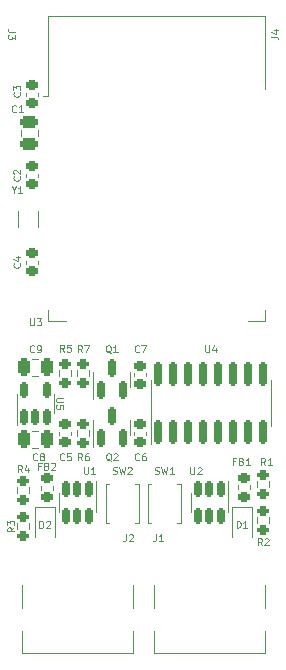
<source format=gbr>
%TF.GenerationSoftware,KiCad,Pcbnew,(6.0.10)*%
%TF.CreationDate,2023-01-22T23:50:18+10:00*%
%TF.ProjectId,ESP32-S3-Breakout,45535033-322d-4533-932d-427265616b6f,rev?*%
%TF.SameCoordinates,Original*%
%TF.FileFunction,Legend,Top*%
%TF.FilePolarity,Positive*%
%FSLAX46Y46*%
G04 Gerber Fmt 4.6, Leading zero omitted, Abs format (unit mm)*
G04 Created by KiCad (PCBNEW (6.0.10)) date 2023-01-22 23:50:18*
%MOMM*%
%LPD*%
G01*
G04 APERTURE LIST*
G04 Aperture macros list*
%AMRoundRect*
0 Rectangle with rounded corners*
0 $1 Rounding radius*
0 $2 $3 $4 $5 $6 $7 $8 $9 X,Y pos of 4 corners*
0 Add a 4 corners polygon primitive as box body*
4,1,4,$2,$3,$4,$5,$6,$7,$8,$9,$2,$3,0*
0 Add four circle primitives for the rounded corners*
1,1,$1+$1,$2,$3*
1,1,$1+$1,$4,$5*
1,1,$1+$1,$6,$7*
1,1,$1+$1,$8,$9*
0 Add four rect primitives between the rounded corners*
20,1,$1+$1,$2,$3,$4,$5,0*
20,1,$1+$1,$4,$5,$6,$7,0*
20,1,$1+$1,$6,$7,$8,$9,0*
20,1,$1+$1,$8,$9,$2,$3,0*%
G04 Aperture macros list end*
%ADD10C,0.100000*%
%ADD11C,0.120000*%
%ADD12RoundRect,0.150000X-0.150000X0.512500X-0.150000X-0.512500X0.150000X-0.512500X0.150000X0.512500X0*%
%ADD13RoundRect,0.150000X0.150000X-0.512500X0.150000X0.512500X-0.150000X0.512500X-0.150000X-0.512500X0*%
%ADD14R,0.450000X0.600000*%
%ADD15RoundRect,0.225000X-0.250000X0.225000X-0.250000X-0.225000X0.250000X-0.225000X0.250000X0.225000X0*%
%ADD16RoundRect,0.225000X0.250000X-0.225000X0.250000X0.225000X-0.250000X0.225000X-0.250000X-0.225000X0*%
%ADD17RoundRect,0.150000X0.150000X-0.825000X0.150000X0.825000X-0.150000X0.825000X-0.150000X-0.825000X0*%
%ADD18RoundRect,0.200000X-0.275000X0.200000X-0.275000X-0.200000X0.275000X-0.200000X0.275000X0.200000X0*%
%ADD19C,0.650000*%
%ADD20R,0.600000X1.450000*%
%ADD21R,0.300000X1.450000*%
%ADD22O,1.000000X2.100000*%
%ADD23O,1.000000X1.600000*%
%ADD24RoundRect,0.200000X0.275000X-0.200000X0.275000X0.200000X-0.275000X0.200000X-0.275000X-0.200000X0*%
%ADD25R,1.500000X0.900000*%
%ADD26R,0.900000X1.500000*%
%ADD27C,0.500000*%
%ADD28R,3.900000X3.900000*%
%ADD29R,1.800000X1.000000*%
%ADD30R,1.700000X0.900000*%
%ADD31RoundRect,0.250000X-0.475000X0.250000X-0.475000X-0.250000X0.475000X-0.250000X0.475000X0.250000X0*%
%ADD32RoundRect,0.218750X0.256250X-0.218750X0.256250X0.218750X-0.256250X0.218750X-0.256250X-0.218750X0*%
%ADD33RoundRect,0.150000X0.150000X-0.587500X0.150000X0.587500X-0.150000X0.587500X-0.150000X-0.587500X0*%
%ADD34RoundRect,0.250000X-0.250000X-0.475000X0.250000X-0.475000X0.250000X0.475000X-0.250000X0.475000X0*%
%ADD35R,1.700000X1.700000*%
%ADD36O,1.700000X1.700000*%
G04 APERTURE END LIST*
D10*
%TO.C,U1*%
X83870857Y-112828428D02*
X83870857Y-113314142D01*
X83899428Y-113371285D01*
X83928000Y-113399857D01*
X83985142Y-113428428D01*
X84099428Y-113428428D01*
X84156571Y-113399857D01*
X84185142Y-113371285D01*
X84213714Y-113314142D01*
X84213714Y-112828428D01*
X84813714Y-113428428D02*
X84470857Y-113428428D01*
X84642285Y-113428428D02*
X84642285Y-112828428D01*
X84585142Y-112914142D01*
X84528000Y-112971285D01*
X84470857Y-112999857D01*
%TO.C,U5*%
X82116571Y-106984857D02*
X81630857Y-106984857D01*
X81573714Y-107013428D01*
X81545142Y-107042000D01*
X81516571Y-107099142D01*
X81516571Y-107213428D01*
X81545142Y-107270571D01*
X81573714Y-107299142D01*
X81630857Y-107327714D01*
X82116571Y-107327714D01*
X82116571Y-107899142D02*
X82116571Y-107613428D01*
X81830857Y-107584857D01*
X81859428Y-107613428D01*
X81888000Y-107670571D01*
X81888000Y-107813428D01*
X81859428Y-107870571D01*
X81830857Y-107899142D01*
X81773714Y-107927714D01*
X81630857Y-107927714D01*
X81573714Y-107899142D01*
X81545142Y-107870571D01*
X81516571Y-107813428D01*
X81516571Y-107670571D01*
X81545142Y-107613428D01*
X81573714Y-107584857D01*
%TO.C,D1*%
X96807142Y-117971428D02*
X96807142Y-117371428D01*
X96950000Y-117371428D01*
X97035714Y-117400000D01*
X97092857Y-117457142D01*
X97121428Y-117514285D01*
X97150000Y-117628571D01*
X97150000Y-117714285D01*
X97121428Y-117828571D01*
X97092857Y-117885714D01*
X97035714Y-117942857D01*
X96950000Y-117971428D01*
X96807142Y-117971428D01*
X97721428Y-117971428D02*
X97378571Y-117971428D01*
X97550000Y-117971428D02*
X97550000Y-117371428D01*
X97492857Y-117457142D01*
X97435714Y-117514285D01*
X97378571Y-117542857D01*
%TO.C,U2*%
X92892857Y-112871428D02*
X92892857Y-113357142D01*
X92921428Y-113414285D01*
X92950000Y-113442857D01*
X93007142Y-113471428D01*
X93121428Y-113471428D01*
X93178571Y-113442857D01*
X93207142Y-113414285D01*
X93235714Y-113357142D01*
X93235714Y-112871428D01*
X93492857Y-112928571D02*
X93521428Y-112900000D01*
X93578571Y-112871428D01*
X93721428Y-112871428D01*
X93778571Y-112900000D01*
X93807142Y-112928571D01*
X93835714Y-112985714D01*
X93835714Y-113042857D01*
X93807142Y-113128571D01*
X93464285Y-113471428D01*
X93835714Y-113471428D01*
%TO.C,C5*%
X82196000Y-112228285D02*
X82167428Y-112256857D01*
X82081714Y-112285428D01*
X82024571Y-112285428D01*
X81938857Y-112256857D01*
X81881714Y-112199714D01*
X81853142Y-112142571D01*
X81824571Y-112028285D01*
X81824571Y-111942571D01*
X81853142Y-111828285D01*
X81881714Y-111771142D01*
X81938857Y-111714000D01*
X82024571Y-111685428D01*
X82081714Y-111685428D01*
X82167428Y-111714000D01*
X82196000Y-111742571D01*
X82738857Y-111685428D02*
X82453142Y-111685428D01*
X82424571Y-111971142D01*
X82453142Y-111942571D01*
X82510285Y-111914000D01*
X82653142Y-111914000D01*
X82710285Y-111942571D01*
X82738857Y-111971142D01*
X82767428Y-112028285D01*
X82767428Y-112171142D01*
X82738857Y-112228285D01*
X82710285Y-112256857D01*
X82653142Y-112285428D01*
X82510285Y-112285428D01*
X82453142Y-112256857D01*
X82424571Y-112228285D01*
%TO.C,C4*%
X78446285Y-95604000D02*
X78474857Y-95632571D01*
X78503428Y-95718285D01*
X78503428Y-95775428D01*
X78474857Y-95861142D01*
X78417714Y-95918285D01*
X78360571Y-95946857D01*
X78246285Y-95975428D01*
X78160571Y-95975428D01*
X78046285Y-95946857D01*
X77989142Y-95918285D01*
X77932000Y-95861142D01*
X77903428Y-95775428D01*
X77903428Y-95718285D01*
X77932000Y-95632571D01*
X77960571Y-95604000D01*
X78103428Y-95089714D02*
X78503428Y-95089714D01*
X77874857Y-95232571D02*
X78303428Y-95375428D01*
X78303428Y-95004000D01*
%TO.C,C3*%
X78446285Y-81126000D02*
X78474857Y-81154571D01*
X78503428Y-81240285D01*
X78503428Y-81297428D01*
X78474857Y-81383142D01*
X78417714Y-81440285D01*
X78360571Y-81468857D01*
X78246285Y-81497428D01*
X78160571Y-81497428D01*
X78046285Y-81468857D01*
X77989142Y-81440285D01*
X77932000Y-81383142D01*
X77903428Y-81297428D01*
X77903428Y-81240285D01*
X77932000Y-81154571D01*
X77960571Y-81126000D01*
X77903428Y-80926000D02*
X77903428Y-80554571D01*
X78132000Y-80754571D01*
X78132000Y-80668857D01*
X78160571Y-80611714D01*
X78189142Y-80583142D01*
X78246285Y-80554571D01*
X78389142Y-80554571D01*
X78446285Y-80583142D01*
X78474857Y-80611714D01*
X78503428Y-80668857D01*
X78503428Y-80840285D01*
X78474857Y-80897428D01*
X78446285Y-80926000D01*
%TO.C,D2*%
X80107142Y-118021428D02*
X80107142Y-117421428D01*
X80250000Y-117421428D01*
X80335714Y-117450000D01*
X80392857Y-117507142D01*
X80421428Y-117564285D01*
X80450000Y-117678571D01*
X80450000Y-117764285D01*
X80421428Y-117878571D01*
X80392857Y-117935714D01*
X80335714Y-117992857D01*
X80250000Y-118021428D01*
X80107142Y-118021428D01*
X80678571Y-117478571D02*
X80707142Y-117450000D01*
X80764285Y-117421428D01*
X80907142Y-117421428D01*
X80964285Y-117450000D01*
X80992857Y-117478571D01*
X81021428Y-117535714D01*
X81021428Y-117592857D01*
X80992857Y-117678571D01*
X80650000Y-118021428D01*
X81021428Y-118021428D01*
%TO.C,U4*%
X94157857Y-102541428D02*
X94157857Y-103027142D01*
X94186428Y-103084285D01*
X94215000Y-103112857D01*
X94272142Y-103141428D01*
X94386428Y-103141428D01*
X94443571Y-103112857D01*
X94472142Y-103084285D01*
X94500714Y-103027142D01*
X94500714Y-102541428D01*
X95043571Y-102741428D02*
X95043571Y-103141428D01*
X94900714Y-102512857D02*
X94757857Y-102941428D01*
X95129285Y-102941428D01*
%TO.C,R7*%
X83720000Y-103141428D02*
X83520000Y-102855714D01*
X83377142Y-103141428D02*
X83377142Y-102541428D01*
X83605714Y-102541428D01*
X83662857Y-102570000D01*
X83691428Y-102598571D01*
X83720000Y-102655714D01*
X83720000Y-102741428D01*
X83691428Y-102798571D01*
X83662857Y-102827142D01*
X83605714Y-102855714D01*
X83377142Y-102855714D01*
X83920000Y-102541428D02*
X84320000Y-102541428D01*
X84062857Y-103141428D01*
%TO.C,J1*%
X89970000Y-118543428D02*
X89970000Y-118972000D01*
X89941428Y-119057714D01*
X89884285Y-119114857D01*
X89798571Y-119143428D01*
X89741428Y-119143428D01*
X90570000Y-119143428D02*
X90227142Y-119143428D01*
X90398571Y-119143428D02*
X90398571Y-118543428D01*
X90341428Y-118629142D01*
X90284285Y-118686285D01*
X90227142Y-118714857D01*
%TO.C,R3*%
X77995428Y-117956000D02*
X77709714Y-118156000D01*
X77995428Y-118298857D02*
X77395428Y-118298857D01*
X77395428Y-118070285D01*
X77424000Y-118013142D01*
X77452571Y-117984571D01*
X77509714Y-117956000D01*
X77595428Y-117956000D01*
X77652571Y-117984571D01*
X77681142Y-118013142D01*
X77709714Y-118070285D01*
X77709714Y-118298857D01*
X77395428Y-117756000D02*
X77395428Y-117384571D01*
X77624000Y-117584571D01*
X77624000Y-117498857D01*
X77652571Y-117441714D01*
X77681142Y-117413142D01*
X77738285Y-117384571D01*
X77881142Y-117384571D01*
X77938285Y-117413142D01*
X77966857Y-117441714D01*
X77995428Y-117498857D01*
X77995428Y-117670285D01*
X77966857Y-117727428D01*
X77938285Y-117756000D01*
%TO.C,U3*%
X79298857Y-100255428D02*
X79298857Y-100741142D01*
X79327428Y-100798285D01*
X79356000Y-100826857D01*
X79413142Y-100855428D01*
X79527428Y-100855428D01*
X79584571Y-100826857D01*
X79613142Y-100798285D01*
X79641714Y-100741142D01*
X79641714Y-100255428D01*
X79870285Y-100255428D02*
X80241714Y-100255428D01*
X80041714Y-100484000D01*
X80127428Y-100484000D01*
X80184571Y-100512571D01*
X80213142Y-100541142D01*
X80241714Y-100598285D01*
X80241714Y-100741142D01*
X80213142Y-100798285D01*
X80184571Y-100826857D01*
X80127428Y-100855428D01*
X79956000Y-100855428D01*
X79898857Y-100826857D01*
X79870285Y-100798285D01*
%TO.C,Y1*%
X77946285Y-89393714D02*
X77946285Y-89679428D01*
X77746285Y-89079428D02*
X77946285Y-89393714D01*
X78146285Y-89079428D01*
X78660571Y-89679428D02*
X78317714Y-89679428D01*
X78489142Y-89679428D02*
X78489142Y-89079428D01*
X78432000Y-89165142D01*
X78374857Y-89222285D01*
X78317714Y-89250857D01*
%TO.C,R4*%
X78640000Y-113301428D02*
X78440000Y-113015714D01*
X78297142Y-113301428D02*
X78297142Y-112701428D01*
X78525714Y-112701428D01*
X78582857Y-112730000D01*
X78611428Y-112758571D01*
X78640000Y-112815714D01*
X78640000Y-112901428D01*
X78611428Y-112958571D01*
X78582857Y-112987142D01*
X78525714Y-113015714D01*
X78297142Y-113015714D01*
X79154285Y-112901428D02*
X79154285Y-113301428D01*
X79011428Y-112672857D02*
X78868571Y-113101428D01*
X79240000Y-113101428D01*
%TO.C,SW2*%
X86322000Y-113399857D02*
X86407714Y-113428428D01*
X86550571Y-113428428D01*
X86607714Y-113399857D01*
X86636285Y-113371285D01*
X86664857Y-113314142D01*
X86664857Y-113257000D01*
X86636285Y-113199857D01*
X86607714Y-113171285D01*
X86550571Y-113142714D01*
X86436285Y-113114142D01*
X86379142Y-113085571D01*
X86350571Y-113057000D01*
X86322000Y-112999857D01*
X86322000Y-112942714D01*
X86350571Y-112885571D01*
X86379142Y-112857000D01*
X86436285Y-112828428D01*
X86579142Y-112828428D01*
X86664857Y-112857000D01*
X86864857Y-112828428D02*
X87007714Y-113428428D01*
X87122000Y-112999857D01*
X87236285Y-113428428D01*
X87379142Y-112828428D01*
X87579142Y-112885571D02*
X87607714Y-112857000D01*
X87664857Y-112828428D01*
X87807714Y-112828428D01*
X87864857Y-112857000D01*
X87893428Y-112885571D01*
X87922000Y-112942714D01*
X87922000Y-112999857D01*
X87893428Y-113085571D01*
X87550571Y-113428428D01*
X87922000Y-113428428D01*
%TO.C,C1*%
X78132000Y-82764285D02*
X78103428Y-82792857D01*
X78017714Y-82821428D01*
X77960571Y-82821428D01*
X77874857Y-82792857D01*
X77817714Y-82735714D01*
X77789142Y-82678571D01*
X77760571Y-82564285D01*
X77760571Y-82478571D01*
X77789142Y-82364285D01*
X77817714Y-82307142D01*
X77874857Y-82250000D01*
X77960571Y-82221428D01*
X78017714Y-82221428D01*
X78103428Y-82250000D01*
X78132000Y-82278571D01*
X78703428Y-82821428D02*
X78360571Y-82821428D01*
X78532000Y-82821428D02*
X78532000Y-82221428D01*
X78474857Y-82307142D01*
X78417714Y-82364285D01*
X78360571Y-82392857D01*
%TO.C,SW1*%
X89878000Y-113399857D02*
X89963714Y-113428428D01*
X90106571Y-113428428D01*
X90163714Y-113399857D01*
X90192285Y-113371285D01*
X90220857Y-113314142D01*
X90220857Y-113257000D01*
X90192285Y-113199857D01*
X90163714Y-113171285D01*
X90106571Y-113142714D01*
X89992285Y-113114142D01*
X89935142Y-113085571D01*
X89906571Y-113057000D01*
X89878000Y-112999857D01*
X89878000Y-112942714D01*
X89906571Y-112885571D01*
X89935142Y-112857000D01*
X89992285Y-112828428D01*
X90135142Y-112828428D01*
X90220857Y-112857000D01*
X90420857Y-112828428D02*
X90563714Y-113428428D01*
X90678000Y-112999857D01*
X90792285Y-113428428D01*
X90935142Y-112828428D01*
X91478000Y-113428428D02*
X91135142Y-113428428D01*
X91306571Y-113428428D02*
X91306571Y-112828428D01*
X91249428Y-112914142D01*
X91192285Y-112971285D01*
X91135142Y-112999857D01*
%TO.C,FB1*%
X96700000Y-112357142D02*
X96500000Y-112357142D01*
X96500000Y-112671428D02*
X96500000Y-112071428D01*
X96785714Y-112071428D01*
X97214285Y-112357142D02*
X97300000Y-112385714D01*
X97328571Y-112414285D01*
X97357142Y-112471428D01*
X97357142Y-112557142D01*
X97328571Y-112614285D01*
X97300000Y-112642857D01*
X97242857Y-112671428D01*
X97014285Y-112671428D01*
X97014285Y-112071428D01*
X97214285Y-112071428D01*
X97271428Y-112100000D01*
X97300000Y-112128571D01*
X97328571Y-112185714D01*
X97328571Y-112242857D01*
X97300000Y-112300000D01*
X97271428Y-112328571D01*
X97214285Y-112357142D01*
X97014285Y-112357142D01*
X97928571Y-112671428D02*
X97585714Y-112671428D01*
X97757142Y-112671428D02*
X97757142Y-112071428D01*
X97700000Y-112157142D01*
X97642857Y-112214285D01*
X97585714Y-112242857D01*
%TO.C,R1*%
X99200000Y-112671428D02*
X99000000Y-112385714D01*
X98857142Y-112671428D02*
X98857142Y-112071428D01*
X99085714Y-112071428D01*
X99142857Y-112100000D01*
X99171428Y-112128571D01*
X99200000Y-112185714D01*
X99200000Y-112271428D01*
X99171428Y-112328571D01*
X99142857Y-112357142D01*
X99085714Y-112385714D01*
X98857142Y-112385714D01*
X99771428Y-112671428D02*
X99428571Y-112671428D01*
X99600000Y-112671428D02*
X99600000Y-112071428D01*
X99542857Y-112157142D01*
X99485714Y-112214285D01*
X99428571Y-112242857D01*
%TO.C,R6*%
X83720000Y-112285428D02*
X83520000Y-111999714D01*
X83377142Y-112285428D02*
X83377142Y-111685428D01*
X83605714Y-111685428D01*
X83662857Y-111714000D01*
X83691428Y-111742571D01*
X83720000Y-111799714D01*
X83720000Y-111885428D01*
X83691428Y-111942571D01*
X83662857Y-111971142D01*
X83605714Y-111999714D01*
X83377142Y-111999714D01*
X84234285Y-111685428D02*
X84120000Y-111685428D01*
X84062857Y-111714000D01*
X84034285Y-111742571D01*
X83977142Y-111828285D01*
X83948571Y-111942571D01*
X83948571Y-112171142D01*
X83977142Y-112228285D01*
X84005714Y-112256857D01*
X84062857Y-112285428D01*
X84177142Y-112285428D01*
X84234285Y-112256857D01*
X84262857Y-112228285D01*
X84291428Y-112171142D01*
X84291428Y-112028285D01*
X84262857Y-111971142D01*
X84234285Y-111942571D01*
X84177142Y-111914000D01*
X84062857Y-111914000D01*
X84005714Y-111942571D01*
X83977142Y-111971142D01*
X83948571Y-112028285D01*
%TO.C,C7*%
X88546000Y-103084285D02*
X88517428Y-103112857D01*
X88431714Y-103141428D01*
X88374571Y-103141428D01*
X88288857Y-103112857D01*
X88231714Y-103055714D01*
X88203142Y-102998571D01*
X88174571Y-102884285D01*
X88174571Y-102798571D01*
X88203142Y-102684285D01*
X88231714Y-102627142D01*
X88288857Y-102570000D01*
X88374571Y-102541428D01*
X88431714Y-102541428D01*
X88517428Y-102570000D01*
X88546000Y-102598571D01*
X88746000Y-102541428D02*
X89146000Y-102541428D01*
X88888857Y-103141428D01*
%TO.C,C6*%
X88546000Y-112228285D02*
X88517428Y-112256857D01*
X88431714Y-112285428D01*
X88374571Y-112285428D01*
X88288857Y-112256857D01*
X88231714Y-112199714D01*
X88203142Y-112142571D01*
X88174571Y-112028285D01*
X88174571Y-111942571D01*
X88203142Y-111828285D01*
X88231714Y-111771142D01*
X88288857Y-111714000D01*
X88374571Y-111685428D01*
X88431714Y-111685428D01*
X88517428Y-111714000D01*
X88546000Y-111742571D01*
X89060285Y-111685428D02*
X88946000Y-111685428D01*
X88888857Y-111714000D01*
X88860285Y-111742571D01*
X88803142Y-111828285D01*
X88774571Y-111942571D01*
X88774571Y-112171142D01*
X88803142Y-112228285D01*
X88831714Y-112256857D01*
X88888857Y-112285428D01*
X89003142Y-112285428D01*
X89060285Y-112256857D01*
X89088857Y-112228285D01*
X89117428Y-112171142D01*
X89117428Y-112028285D01*
X89088857Y-111971142D01*
X89060285Y-111942571D01*
X89003142Y-111914000D01*
X88888857Y-111914000D01*
X88831714Y-111942571D01*
X88803142Y-111971142D01*
X88774571Y-112028285D01*
%TO.C,Q1*%
X86175857Y-103198571D02*
X86118714Y-103170000D01*
X86061571Y-103112857D01*
X85975857Y-103027142D01*
X85918714Y-102998571D01*
X85861571Y-102998571D01*
X85890142Y-103141428D02*
X85833000Y-103112857D01*
X85775857Y-103055714D01*
X85747285Y-102941428D01*
X85747285Y-102741428D01*
X85775857Y-102627142D01*
X85833000Y-102570000D01*
X85890142Y-102541428D01*
X86004428Y-102541428D01*
X86061571Y-102570000D01*
X86118714Y-102627142D01*
X86147285Y-102741428D01*
X86147285Y-102941428D01*
X86118714Y-103055714D01*
X86061571Y-103112857D01*
X86004428Y-103141428D01*
X85890142Y-103141428D01*
X86718714Y-103141428D02*
X86375857Y-103141428D01*
X86547285Y-103141428D02*
X86547285Y-102541428D01*
X86490142Y-102627142D01*
X86433000Y-102684285D01*
X86375857Y-102712857D01*
%TO.C,Q2*%
X86185857Y-112342571D02*
X86128714Y-112314000D01*
X86071571Y-112256857D01*
X85985857Y-112171142D01*
X85928714Y-112142571D01*
X85871571Y-112142571D01*
X85900142Y-112285428D02*
X85843000Y-112256857D01*
X85785857Y-112199714D01*
X85757285Y-112085428D01*
X85757285Y-111885428D01*
X85785857Y-111771142D01*
X85843000Y-111714000D01*
X85900142Y-111685428D01*
X86014428Y-111685428D01*
X86071571Y-111714000D01*
X86128714Y-111771142D01*
X86157285Y-111885428D01*
X86157285Y-112085428D01*
X86128714Y-112199714D01*
X86071571Y-112256857D01*
X86014428Y-112285428D01*
X85900142Y-112285428D01*
X86385857Y-111742571D02*
X86414428Y-111714000D01*
X86471571Y-111685428D01*
X86614428Y-111685428D01*
X86671571Y-111714000D01*
X86700142Y-111742571D01*
X86728714Y-111799714D01*
X86728714Y-111856857D01*
X86700142Y-111942571D01*
X86357285Y-112285428D01*
X86728714Y-112285428D01*
%TO.C,C2*%
X78446285Y-88238000D02*
X78474857Y-88266571D01*
X78503428Y-88352285D01*
X78503428Y-88409428D01*
X78474857Y-88495142D01*
X78417714Y-88552285D01*
X78360571Y-88580857D01*
X78246285Y-88609428D01*
X78160571Y-88609428D01*
X78046285Y-88580857D01*
X77989142Y-88552285D01*
X77932000Y-88495142D01*
X77903428Y-88409428D01*
X77903428Y-88352285D01*
X77932000Y-88266571D01*
X77960571Y-88238000D01*
X77960571Y-88009428D02*
X77932000Y-87980857D01*
X77903428Y-87923714D01*
X77903428Y-87780857D01*
X77932000Y-87723714D01*
X77960571Y-87695142D01*
X78017714Y-87666571D01*
X78074857Y-87666571D01*
X78160571Y-87695142D01*
X78503428Y-88038000D01*
X78503428Y-87666571D01*
%TO.C,R2*%
X98950000Y-119471428D02*
X98750000Y-119185714D01*
X98607142Y-119471428D02*
X98607142Y-118871428D01*
X98835714Y-118871428D01*
X98892857Y-118900000D01*
X98921428Y-118928571D01*
X98950000Y-118985714D01*
X98950000Y-119071428D01*
X98921428Y-119128571D01*
X98892857Y-119157142D01*
X98835714Y-119185714D01*
X98607142Y-119185714D01*
X99178571Y-118928571D02*
X99207142Y-118900000D01*
X99264285Y-118871428D01*
X99407142Y-118871428D01*
X99464285Y-118900000D01*
X99492857Y-118928571D01*
X99521428Y-118985714D01*
X99521428Y-119042857D01*
X99492857Y-119128571D01*
X99150000Y-119471428D01*
X99521428Y-119471428D01*
%TO.C,C9*%
X79656000Y-103084285D02*
X79627428Y-103112857D01*
X79541714Y-103141428D01*
X79484571Y-103141428D01*
X79398857Y-103112857D01*
X79341714Y-103055714D01*
X79313142Y-102998571D01*
X79284571Y-102884285D01*
X79284571Y-102798571D01*
X79313142Y-102684285D01*
X79341714Y-102627142D01*
X79398857Y-102570000D01*
X79484571Y-102541428D01*
X79541714Y-102541428D01*
X79627428Y-102570000D01*
X79656000Y-102598571D01*
X79941714Y-103141428D02*
X80056000Y-103141428D01*
X80113142Y-103112857D01*
X80141714Y-103084285D01*
X80198857Y-102998571D01*
X80227428Y-102884285D01*
X80227428Y-102655714D01*
X80198857Y-102598571D01*
X80170285Y-102570000D01*
X80113142Y-102541428D01*
X79998857Y-102541428D01*
X79941714Y-102570000D01*
X79913142Y-102598571D01*
X79884571Y-102655714D01*
X79884571Y-102798571D01*
X79913142Y-102855714D01*
X79941714Y-102884285D01*
X79998857Y-102912857D01*
X80113142Y-102912857D01*
X80170285Y-102884285D01*
X80198857Y-102855714D01*
X80227428Y-102798571D01*
%TO.C,C8*%
X79910000Y-112228285D02*
X79881428Y-112256857D01*
X79795714Y-112285428D01*
X79738571Y-112285428D01*
X79652857Y-112256857D01*
X79595714Y-112199714D01*
X79567142Y-112142571D01*
X79538571Y-112028285D01*
X79538571Y-111942571D01*
X79567142Y-111828285D01*
X79595714Y-111771142D01*
X79652857Y-111714000D01*
X79738571Y-111685428D01*
X79795714Y-111685428D01*
X79881428Y-111714000D01*
X79910000Y-111742571D01*
X80252857Y-111942571D02*
X80195714Y-111914000D01*
X80167142Y-111885428D01*
X80138571Y-111828285D01*
X80138571Y-111799714D01*
X80167142Y-111742571D01*
X80195714Y-111714000D01*
X80252857Y-111685428D01*
X80367142Y-111685428D01*
X80424285Y-111714000D01*
X80452857Y-111742571D01*
X80481428Y-111799714D01*
X80481428Y-111828285D01*
X80452857Y-111885428D01*
X80424285Y-111914000D01*
X80367142Y-111942571D01*
X80252857Y-111942571D01*
X80195714Y-111971142D01*
X80167142Y-111999714D01*
X80138571Y-112056857D01*
X80138571Y-112171142D01*
X80167142Y-112228285D01*
X80195714Y-112256857D01*
X80252857Y-112285428D01*
X80367142Y-112285428D01*
X80424285Y-112256857D01*
X80452857Y-112228285D01*
X80481428Y-112171142D01*
X80481428Y-112056857D01*
X80452857Y-111999714D01*
X80424285Y-111971142D01*
X80367142Y-111942571D01*
%TO.C,R5*%
X82196000Y-103090628D02*
X81996000Y-102804914D01*
X81853142Y-103090628D02*
X81853142Y-102490628D01*
X82081714Y-102490628D01*
X82138857Y-102519200D01*
X82167428Y-102547771D01*
X82196000Y-102604914D01*
X82196000Y-102690628D01*
X82167428Y-102747771D01*
X82138857Y-102776342D01*
X82081714Y-102804914D01*
X81853142Y-102804914D01*
X82738857Y-102490628D02*
X82453142Y-102490628D01*
X82424571Y-102776342D01*
X82453142Y-102747771D01*
X82510285Y-102719200D01*
X82653142Y-102719200D01*
X82710285Y-102747771D01*
X82738857Y-102776342D01*
X82767428Y-102833485D01*
X82767428Y-102976342D01*
X82738857Y-103033485D01*
X82710285Y-103062057D01*
X82653142Y-103090628D01*
X82510285Y-103090628D01*
X82453142Y-103062057D01*
X82424571Y-103033485D01*
%TO.C,FB2*%
X80200000Y-112757142D02*
X80000000Y-112757142D01*
X80000000Y-113071428D02*
X80000000Y-112471428D01*
X80285714Y-112471428D01*
X80714285Y-112757142D02*
X80800000Y-112785714D01*
X80828571Y-112814285D01*
X80857142Y-112871428D01*
X80857142Y-112957142D01*
X80828571Y-113014285D01*
X80800000Y-113042857D01*
X80742857Y-113071428D01*
X80514285Y-113071428D01*
X80514285Y-112471428D01*
X80714285Y-112471428D01*
X80771428Y-112500000D01*
X80800000Y-112528571D01*
X80828571Y-112585714D01*
X80828571Y-112642857D01*
X80800000Y-112700000D01*
X80771428Y-112728571D01*
X80714285Y-112757142D01*
X80514285Y-112757142D01*
X81085714Y-112528571D02*
X81114285Y-112500000D01*
X81171428Y-112471428D01*
X81314285Y-112471428D01*
X81371428Y-112500000D01*
X81400000Y-112528571D01*
X81428571Y-112585714D01*
X81428571Y-112642857D01*
X81400000Y-112728571D01*
X81057142Y-113071428D01*
X81428571Y-113071428D01*
%TO.C,J2*%
X87430000Y-118543428D02*
X87430000Y-118972000D01*
X87401428Y-119057714D01*
X87344285Y-119114857D01*
X87258571Y-119143428D01*
X87201428Y-119143428D01*
X87687142Y-118600571D02*
X87715714Y-118572000D01*
X87772857Y-118543428D01*
X87915714Y-118543428D01*
X87972857Y-118572000D01*
X88001428Y-118600571D01*
X88030000Y-118657714D01*
X88030000Y-118714857D01*
X88001428Y-118800571D01*
X87658571Y-119143428D01*
X88030000Y-119143428D01*
%TO.C,J3*%
X78052571Y-76000000D02*
X77624000Y-76000000D01*
X77538285Y-75971428D01*
X77481142Y-75914285D01*
X77452571Y-75828571D01*
X77452571Y-75771428D01*
X78052571Y-76228571D02*
X78052571Y-76600000D01*
X77824000Y-76400000D01*
X77824000Y-76485714D01*
X77795428Y-76542857D01*
X77766857Y-76571428D01*
X77709714Y-76600000D01*
X77566857Y-76600000D01*
X77509714Y-76571428D01*
X77481142Y-76542857D01*
X77452571Y-76485714D01*
X77452571Y-76314285D01*
X77481142Y-76257142D01*
X77509714Y-76228571D01*
%TO.C,J4*%
X99747428Y-76400000D02*
X100176000Y-76400000D01*
X100261714Y-76428571D01*
X100318857Y-76485714D01*
X100347428Y-76571428D01*
X100347428Y-76628571D01*
X99947428Y-75857142D02*
X100347428Y-75857142D01*
X99718857Y-76000000D02*
X100147428Y-76142857D01*
X100147428Y-75771428D01*
D11*
%TO.C,U1*%
X84872000Y-115824000D02*
X84872000Y-116624000D01*
X84872000Y-115824000D02*
X84872000Y-114024000D01*
X81752000Y-115824000D02*
X81752000Y-115024000D01*
X81752000Y-115824000D02*
X81752000Y-116624000D01*
%TO.C,U5*%
X81316000Y-107442000D02*
X81316000Y-106642000D01*
X78196000Y-107442000D02*
X78196000Y-106642000D01*
X78196000Y-107442000D02*
X78196000Y-109242000D01*
X81316000Y-107442000D02*
X81316000Y-108242000D01*
%TO.C,D1*%
X96400000Y-116200000D02*
X96400000Y-118750000D01*
X98100000Y-116200000D02*
X96400000Y-116200000D01*
X98100000Y-116200000D02*
X98100000Y-118750000D01*
%TO.C,U2*%
X96048000Y-115824000D02*
X96048000Y-116624000D01*
X92928000Y-115824000D02*
X92928000Y-116624000D01*
X92928000Y-115824000D02*
X92928000Y-115024000D01*
X96048000Y-115824000D02*
X96048000Y-114024000D01*
%TO.C,C5*%
X82806000Y-109841420D02*
X82806000Y-110122580D01*
X81786000Y-109841420D02*
X81786000Y-110122580D01*
%TO.C,C4*%
X80012000Y-95363420D02*
X80012000Y-95644580D01*
X78992000Y-95363420D02*
X78992000Y-95644580D01*
%TO.C,C3*%
X78992000Y-81420580D02*
X78992000Y-81139420D01*
X80012000Y-81420580D02*
X80012000Y-81139420D01*
%TO.C,D2*%
X79700000Y-116250000D02*
X79700000Y-118800000D01*
X81400000Y-116250000D02*
X81400000Y-118800000D01*
X81400000Y-116250000D02*
X79700000Y-116250000D01*
%TO.C,U4*%
X99675000Y-107442000D02*
X99675000Y-109392000D01*
X89555000Y-107442000D02*
X89555000Y-105492000D01*
X99675000Y-107442000D02*
X99675000Y-105492000D01*
X89555000Y-107442000D02*
X89555000Y-110892000D01*
%TO.C,R7*%
X84342500Y-104664742D02*
X84342500Y-105139258D01*
X83297500Y-104664742D02*
X83297500Y-105139258D01*
%TO.C,J1*%
X89788000Y-122814000D02*
X89788000Y-124814000D01*
X89788000Y-128614000D02*
X99188000Y-128614000D01*
X99188000Y-122814000D02*
X99188000Y-124814000D01*
X89788000Y-126714000D02*
X89788000Y-128614000D01*
X99188000Y-126714000D02*
X99188000Y-128614000D01*
%TO.C,R3*%
X79262500Y-118093258D02*
X79262500Y-117618742D01*
X78217500Y-118093258D02*
X78217500Y-117618742D01*
%TO.C,U3*%
X80843000Y-81456000D02*
X80443000Y-81456000D01*
X80843000Y-99506000D02*
X80843000Y-100506000D01*
X99243000Y-100506000D02*
X97743000Y-100506000D01*
X99243000Y-74656000D02*
X99243000Y-80856000D01*
X99243000Y-100506000D02*
X99243000Y-99506000D01*
X80843000Y-81456000D02*
X80843000Y-74656000D01*
X80843000Y-100506000D02*
X82343000Y-100506000D01*
X80843000Y-74656000D02*
X99243000Y-74656000D01*
%TO.C,Y1*%
X78259000Y-91146000D02*
X78259000Y-92496000D01*
X80009000Y-91146000D02*
X80009000Y-92496000D01*
%TO.C,R4*%
X79262500Y-114570742D02*
X79262500Y-115045258D01*
X78217500Y-114570742D02*
X78217500Y-115045258D01*
%TO.C,SW2*%
X85722000Y-117601000D02*
X86022000Y-117601000D01*
X88522000Y-114301000D02*
X88522000Y-117601000D01*
X86022000Y-114301000D02*
X85722000Y-114301000D01*
X88222000Y-114301000D02*
X88522000Y-114301000D01*
X85722000Y-114301000D02*
X85722000Y-117601000D01*
X88522000Y-117601000D02*
X88222000Y-117601000D01*
%TO.C,C1*%
X79983000Y-84320748D02*
X79983000Y-84843252D01*
X78513000Y-84320748D02*
X78513000Y-84843252D01*
%TO.C,SW1*%
X91778000Y-114301000D02*
X92078000Y-114301000D01*
X92078000Y-117601000D02*
X91778000Y-117601000D01*
X92078000Y-114301000D02*
X92078000Y-117601000D01*
X89278000Y-114301000D02*
X89278000Y-117601000D01*
X89578000Y-114301000D02*
X89278000Y-114301000D01*
X89278000Y-117601000D02*
X89578000Y-117601000D01*
%TO.C,FB1*%
X97910000Y-114712779D02*
X97910000Y-114387221D01*
X96890000Y-114712779D02*
X96890000Y-114387221D01*
%TO.C,R1*%
X98537500Y-114062742D02*
X98537500Y-114537258D01*
X99582500Y-114062742D02*
X99582500Y-114537258D01*
%TO.C,R6*%
X84342500Y-109744742D02*
X84342500Y-110219258D01*
X83297500Y-109744742D02*
X83297500Y-110219258D01*
%TO.C,C7*%
X89156000Y-105169580D02*
X89156000Y-104888420D01*
X88136000Y-105169580D02*
X88136000Y-104888420D01*
%TO.C,C6*%
X88136000Y-110122580D02*
X88136000Y-109841420D01*
X89156000Y-110122580D02*
X89156000Y-109841420D01*
%TO.C,Q1*%
X84673000Y-105410000D02*
X84673000Y-107085000D01*
X84673000Y-105410000D02*
X84673000Y-104760000D01*
X87793000Y-105410000D02*
X87793000Y-104760000D01*
X87793000Y-105410000D02*
X87793000Y-106060000D01*
%TO.C,Q2*%
X84673000Y-109474000D02*
X84673000Y-111149000D01*
X87793000Y-109474000D02*
X87793000Y-108824000D01*
X84673000Y-109474000D02*
X84673000Y-108824000D01*
X87793000Y-109474000D02*
X87793000Y-110124000D01*
%TO.C,C2*%
X78992000Y-87997420D02*
X78992000Y-88278580D01*
X80012000Y-87997420D02*
X80012000Y-88278580D01*
%TO.C,R2*%
X99582500Y-117585258D02*
X99582500Y-117110742D01*
X98537500Y-117585258D02*
X98537500Y-117110742D01*
%TO.C,C9*%
X79494748Y-103659000D02*
X80017252Y-103659000D01*
X79494748Y-105129000D02*
X80017252Y-105129000D01*
%TO.C,C8*%
X79494748Y-109755000D02*
X80017252Y-109755000D01*
X79494748Y-111225000D02*
X80017252Y-111225000D01*
%TO.C,R5*%
X81773500Y-104664742D02*
X81773500Y-105139258D01*
X82818500Y-104664742D02*
X82818500Y-105139258D01*
%TO.C,FB2*%
X80240000Y-114762779D02*
X80240000Y-114437221D01*
X81260000Y-114762779D02*
X81260000Y-114437221D01*
%TO.C,J2*%
X78612000Y-126714000D02*
X78612000Y-128614000D01*
X78612000Y-128614000D02*
X88012000Y-128614000D01*
X88012000Y-122814000D02*
X88012000Y-124814000D01*
X78612000Y-122814000D02*
X78612000Y-124814000D01*
X88012000Y-126714000D02*
X88012000Y-128614000D01*
%TD*%
%LPC*%
D12*
%TO.C,U1*%
X84262000Y-114686500D03*
X83312000Y-114686500D03*
X82362000Y-114686500D03*
X82362000Y-116961500D03*
X83312000Y-116961500D03*
X84262000Y-116961500D03*
%TD*%
D13*
%TO.C,U5*%
X78806000Y-108579500D03*
X79756000Y-108579500D03*
X80706000Y-108579500D03*
X80706000Y-106304500D03*
X78806000Y-106304500D03*
%TD*%
D14*
%TO.C,D1*%
X97250000Y-116650000D03*
X97250000Y-118750000D03*
%TD*%
D12*
%TO.C,U2*%
X95438000Y-114686500D03*
X94488000Y-114686500D03*
X93538000Y-114686500D03*
X93538000Y-116961500D03*
X94488000Y-116961500D03*
X95438000Y-116961500D03*
%TD*%
D15*
%TO.C,C5*%
X82296000Y-109207000D03*
X82296000Y-110757000D03*
%TD*%
%TO.C,C4*%
X79502000Y-94729000D03*
X79502000Y-96279000D03*
%TD*%
D16*
%TO.C,C3*%
X79502000Y-82055000D03*
X79502000Y-80505000D03*
%TD*%
D14*
%TO.C,D2*%
X80550000Y-116700000D03*
X80550000Y-118800000D03*
%TD*%
D17*
%TO.C,U4*%
X90170000Y-109917000D03*
X91440000Y-109917000D03*
X92710000Y-109917000D03*
X93980000Y-109917000D03*
X95250000Y-109917000D03*
X96520000Y-109917000D03*
X97790000Y-109917000D03*
X99060000Y-109917000D03*
X99060000Y-104967000D03*
X97790000Y-104967000D03*
X96520000Y-104967000D03*
X95250000Y-104967000D03*
X93980000Y-104967000D03*
X92710000Y-104967000D03*
X91440000Y-104967000D03*
X90170000Y-104967000D03*
%TD*%
D18*
%TO.C,R7*%
X83820000Y-104077000D03*
X83820000Y-105727000D03*
%TD*%
D19*
%TO.C,J1*%
X97378000Y-122114000D03*
X91598000Y-122114000D03*
D20*
X91238000Y-120669000D03*
X92038000Y-120669000D03*
D21*
X93238000Y-120669000D03*
X94238000Y-120669000D03*
X94738000Y-120669000D03*
X95738000Y-120669000D03*
D20*
X96938000Y-120669000D03*
X97738000Y-120669000D03*
X97738000Y-120669000D03*
X96938000Y-120669000D03*
D21*
X96238000Y-120669000D03*
X95238000Y-120669000D03*
X93738000Y-120669000D03*
X92738000Y-120669000D03*
D20*
X92038000Y-120669000D03*
X91238000Y-120669000D03*
D22*
X98808000Y-121584000D03*
D23*
X90168000Y-125764000D03*
D22*
X90168000Y-121584000D03*
D23*
X98808000Y-125764000D03*
%TD*%
D24*
%TO.C,R3*%
X78740000Y-118681000D03*
X78740000Y-117031000D03*
%TD*%
D25*
%TO.C,U3*%
X81293000Y-82296000D03*
X81293000Y-83566000D03*
X81293000Y-84836000D03*
X81293000Y-86106000D03*
X81293000Y-87376000D03*
X81293000Y-88646000D03*
X81293000Y-89916000D03*
X81293000Y-91186000D03*
X81293000Y-92456000D03*
X81293000Y-93726000D03*
X81293000Y-94996000D03*
X81293000Y-96266000D03*
X81293000Y-97536000D03*
X81293000Y-98806000D03*
D26*
X83058000Y-100056000D03*
X84328000Y-100056000D03*
X85598000Y-100056000D03*
X86868000Y-100056000D03*
X88138000Y-100056000D03*
X89408000Y-100056000D03*
X90678000Y-100056000D03*
X91948000Y-100056000D03*
X93218000Y-100056000D03*
X94488000Y-100056000D03*
X95758000Y-100056000D03*
X97028000Y-100056000D03*
D25*
X98793000Y-98806000D03*
X98793000Y-97536000D03*
X98793000Y-96266000D03*
X98793000Y-94996000D03*
X98793000Y-93726000D03*
X98793000Y-92456000D03*
X98793000Y-91186000D03*
X98793000Y-89916000D03*
X98793000Y-88646000D03*
X98793000Y-87376000D03*
X98793000Y-86106000D03*
X98793000Y-84836000D03*
X98793000Y-83566000D03*
X98793000Y-82296000D03*
D27*
X87143000Y-90716000D03*
X88543000Y-89316000D03*
X89243000Y-90016000D03*
X87143000Y-89316000D03*
X88543000Y-90716000D03*
D28*
X88543000Y-90016000D03*
D27*
X89243000Y-88616000D03*
X89243000Y-91416000D03*
X87843000Y-91416000D03*
X89943000Y-90716000D03*
X87843000Y-88616000D03*
X87843000Y-90016000D03*
X89943000Y-89316000D03*
%TD*%
D29*
%TO.C,Y1*%
X79134000Y-93071000D03*
X79134000Y-90571000D03*
%TD*%
D18*
%TO.C,R4*%
X78740000Y-113983000D03*
X78740000Y-115633000D03*
%TD*%
D30*
%TO.C,SW2*%
X87122000Y-114251000D03*
X87122000Y-117651000D03*
%TD*%
D31*
%TO.C,C1*%
X79248000Y-83632000D03*
X79248000Y-85532000D03*
%TD*%
D30*
%TO.C,SW1*%
X90678000Y-114251000D03*
X90678000Y-117651000D03*
%TD*%
D32*
%TO.C,FB1*%
X97400000Y-115337500D03*
X97400000Y-113762500D03*
%TD*%
D18*
%TO.C,R1*%
X99060000Y-113475000D03*
X99060000Y-115125000D03*
%TD*%
%TO.C,R6*%
X83820000Y-109157000D03*
X83820000Y-110807000D03*
%TD*%
D16*
%TO.C,C7*%
X88646000Y-105804000D03*
X88646000Y-104254000D03*
%TD*%
%TO.C,C6*%
X88646000Y-110757000D03*
X88646000Y-109207000D03*
%TD*%
D33*
%TO.C,Q1*%
X85283000Y-106347500D03*
X87183000Y-106347500D03*
X86233000Y-104472500D03*
%TD*%
%TO.C,Q2*%
X85283000Y-110411500D03*
X87183000Y-110411500D03*
X86233000Y-108536500D03*
%TD*%
D15*
%TO.C,C2*%
X79502000Y-87363000D03*
X79502000Y-88913000D03*
%TD*%
D24*
%TO.C,R2*%
X99060000Y-118173000D03*
X99060000Y-116523000D03*
%TD*%
D34*
%TO.C,C9*%
X78806000Y-104394000D03*
X80706000Y-104394000D03*
%TD*%
%TO.C,C8*%
X78806000Y-110490000D03*
X80706000Y-110490000D03*
%TD*%
D18*
%TO.C,R5*%
X82296000Y-104077000D03*
X82296000Y-105727000D03*
%TD*%
D32*
%TO.C,FB2*%
X80750000Y-115387500D03*
X80750000Y-113812500D03*
%TD*%
D19*
%TO.C,J2*%
X80422000Y-122114000D03*
X86202000Y-122114000D03*
D20*
X80062000Y-120669000D03*
X80862000Y-120669000D03*
D21*
X82062000Y-120669000D03*
X83062000Y-120669000D03*
X83562000Y-120669000D03*
X84562000Y-120669000D03*
D20*
X85762000Y-120669000D03*
X86562000Y-120669000D03*
X86562000Y-120669000D03*
X85762000Y-120669000D03*
D21*
X85062000Y-120669000D03*
X84062000Y-120669000D03*
X82562000Y-120669000D03*
X81562000Y-120669000D03*
D20*
X80862000Y-120669000D03*
X80062000Y-120669000D03*
D22*
X78992000Y-121584000D03*
D23*
X87632000Y-125764000D03*
X78992000Y-125764000D03*
D22*
X87632000Y-121584000D03*
%TD*%
D35*
%TO.C,J3*%
X76200000Y-76200000D03*
D36*
X76200000Y-78740000D03*
X76200000Y-81280000D03*
X76200000Y-83820000D03*
X76200000Y-86360000D03*
X76200000Y-88900000D03*
X76200000Y-91440000D03*
X76200000Y-93980000D03*
X76200000Y-96520000D03*
X76200000Y-99060000D03*
X76200000Y-101600000D03*
X76200000Y-104140000D03*
X76200000Y-106680000D03*
X76200000Y-109220000D03*
X76200000Y-111760000D03*
X76200000Y-114300000D03*
X76200000Y-116840000D03*
X76200000Y-119380000D03*
X76200000Y-121920000D03*
X76200000Y-124460000D03*
X76200000Y-127000000D03*
%TD*%
D35*
%TO.C,J4*%
X101600000Y-76200000D03*
D36*
X101600000Y-78740000D03*
X101600000Y-81280000D03*
X101600000Y-83820000D03*
X101600000Y-86360000D03*
X101600000Y-88900000D03*
X101600000Y-91440000D03*
X101600000Y-93980000D03*
X101600000Y-96520000D03*
X101600000Y-99060000D03*
X101600000Y-101600000D03*
X101600000Y-104140000D03*
X101600000Y-106680000D03*
X101600000Y-109220000D03*
X101600000Y-111760000D03*
X101600000Y-114300000D03*
X101600000Y-116840000D03*
X101600000Y-119380000D03*
X101600000Y-121920000D03*
X101600000Y-124460000D03*
X101600000Y-127000000D03*
%TD*%
M02*

</source>
